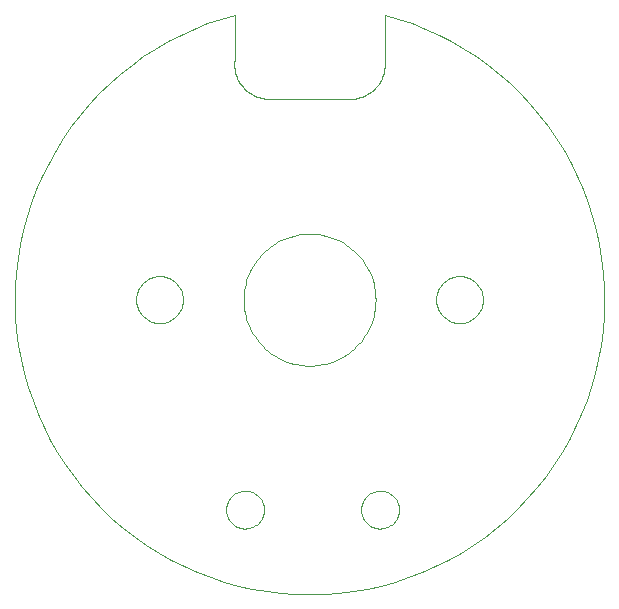
<source format=gbo>
G75*
G70*
%OFA0B0*%
%FSLAX24Y24*%
%IPPOS*%
%LPD*%
%AMOC8*
5,1,8,0,0,1.08239X$1,22.5*
%
%ADD10C,0.0010*%
%ADD11C,0.0000*%
D10*
X004154Y011402D02*
X004156Y011458D01*
X004162Y011513D01*
X004172Y011568D01*
X004186Y011622D01*
X004203Y011675D01*
X004224Y011726D01*
X004249Y011776D01*
X004278Y011824D01*
X004310Y011869D01*
X004345Y011913D01*
X004382Y011954D01*
X004423Y011991D01*
X004467Y012026D01*
X004512Y012058D01*
X004560Y012087D01*
X004610Y012112D01*
X004661Y012133D01*
X004714Y012150D01*
X004768Y012164D01*
X004823Y012174D01*
X004878Y012180D01*
X004934Y012182D01*
X004990Y012180D01*
X005045Y012174D01*
X005100Y012164D01*
X005154Y012150D01*
X005207Y012133D01*
X005258Y012112D01*
X005308Y012087D01*
X005356Y012058D01*
X005401Y012026D01*
X005445Y011991D01*
X005486Y011954D01*
X005523Y011913D01*
X005558Y011869D01*
X005590Y011824D01*
X005619Y011776D01*
X005644Y011726D01*
X005665Y011675D01*
X005682Y011622D01*
X005696Y011568D01*
X005706Y011513D01*
X005712Y011458D01*
X005714Y011402D01*
X005712Y011346D01*
X005706Y011291D01*
X005696Y011236D01*
X005682Y011182D01*
X005665Y011129D01*
X005644Y011078D01*
X005619Y011028D01*
X005590Y010980D01*
X005558Y010935D01*
X005523Y010891D01*
X005486Y010850D01*
X005445Y010813D01*
X005401Y010778D01*
X005356Y010746D01*
X005308Y010717D01*
X005258Y010692D01*
X005207Y010671D01*
X005154Y010654D01*
X005100Y010640D01*
X005045Y010630D01*
X004990Y010624D01*
X004934Y010622D01*
X004878Y010624D01*
X004823Y010630D01*
X004768Y010640D01*
X004714Y010654D01*
X004661Y010671D01*
X004610Y010692D01*
X004560Y010717D01*
X004512Y010746D01*
X004467Y010778D01*
X004423Y010813D01*
X004382Y010850D01*
X004345Y010891D01*
X004310Y010935D01*
X004278Y010980D01*
X004249Y011028D01*
X004224Y011078D01*
X004203Y011129D01*
X004186Y011182D01*
X004172Y011236D01*
X004162Y011291D01*
X004156Y011346D01*
X004154Y011402D01*
X007734Y011402D02*
X007737Y011510D01*
X007745Y011618D01*
X007758Y011725D01*
X007776Y011831D01*
X007800Y011937D01*
X007829Y012041D01*
X007863Y012143D01*
X007901Y012244D01*
X007945Y012343D01*
X007994Y012439D01*
X008047Y012533D01*
X008105Y012624D01*
X008167Y012713D01*
X008233Y012798D01*
X008304Y012879D01*
X008378Y012958D01*
X008457Y013032D01*
X008538Y013103D01*
X008623Y013169D01*
X008712Y013231D01*
X008803Y013289D01*
X008897Y013342D01*
X008993Y013391D01*
X009092Y013435D01*
X009193Y013473D01*
X009295Y013507D01*
X009399Y013536D01*
X009505Y013560D01*
X009611Y013578D01*
X009718Y013591D01*
X009826Y013599D01*
X009934Y013602D01*
X010042Y013599D01*
X010150Y013591D01*
X010257Y013578D01*
X010363Y013560D01*
X010469Y013536D01*
X010573Y013507D01*
X010675Y013473D01*
X010776Y013435D01*
X010875Y013391D01*
X010971Y013342D01*
X011065Y013289D01*
X011156Y013231D01*
X011245Y013169D01*
X011330Y013103D01*
X011411Y013032D01*
X011490Y012958D01*
X011564Y012879D01*
X011635Y012798D01*
X011701Y012713D01*
X011763Y012624D01*
X011821Y012533D01*
X011874Y012439D01*
X011923Y012343D01*
X011967Y012244D01*
X012005Y012143D01*
X012039Y012041D01*
X012068Y011937D01*
X012092Y011831D01*
X012110Y011725D01*
X012123Y011618D01*
X012131Y011510D01*
X012134Y011402D01*
X012131Y011294D01*
X012123Y011186D01*
X012110Y011079D01*
X012092Y010973D01*
X012068Y010867D01*
X012039Y010763D01*
X012005Y010661D01*
X011967Y010560D01*
X011923Y010461D01*
X011874Y010365D01*
X011821Y010271D01*
X011763Y010180D01*
X011701Y010091D01*
X011635Y010006D01*
X011564Y009925D01*
X011490Y009846D01*
X011411Y009772D01*
X011330Y009701D01*
X011245Y009635D01*
X011156Y009573D01*
X011065Y009515D01*
X010971Y009462D01*
X010875Y009413D01*
X010776Y009369D01*
X010675Y009331D01*
X010573Y009297D01*
X010469Y009268D01*
X010363Y009244D01*
X010257Y009226D01*
X010150Y009213D01*
X010042Y009205D01*
X009934Y009202D01*
X009826Y009205D01*
X009718Y009213D01*
X009611Y009226D01*
X009505Y009244D01*
X009399Y009268D01*
X009295Y009297D01*
X009193Y009331D01*
X009092Y009369D01*
X008993Y009413D01*
X008897Y009462D01*
X008803Y009515D01*
X008712Y009573D01*
X008623Y009635D01*
X008538Y009701D01*
X008457Y009772D01*
X008378Y009846D01*
X008304Y009925D01*
X008233Y010006D01*
X008167Y010091D01*
X008105Y010180D01*
X008047Y010271D01*
X007994Y010365D01*
X007945Y010461D01*
X007901Y010560D01*
X007863Y010661D01*
X007829Y010763D01*
X007800Y010867D01*
X007776Y010973D01*
X007758Y011079D01*
X007745Y011186D01*
X007737Y011294D01*
X007734Y011402D01*
X007434Y020902D02*
X006973Y020768D01*
X006519Y020612D01*
X006073Y020434D01*
X005636Y020235D01*
X005210Y020014D01*
X004794Y019773D01*
X004391Y019512D01*
X004002Y019231D01*
X003626Y018932D01*
X003266Y018615D01*
X002921Y018280D01*
X002594Y017930D01*
X002283Y017563D01*
X001991Y017182D01*
X001718Y016787D01*
X001465Y016379D01*
X001232Y015959D01*
X001020Y015528D01*
X000829Y015088D01*
X000659Y014639D01*
X000512Y014181D01*
X000388Y013718D01*
X000286Y013248D01*
X000207Y012775D01*
X000152Y012298D01*
X000120Y011819D01*
X000111Y011339D01*
X000126Y010859D01*
X000164Y010380D01*
X000226Y009904D01*
X000311Y009431D01*
X000419Y008963D01*
X000549Y008501D01*
X000702Y008046D01*
X000877Y007599D01*
X001074Y007161D01*
X001291Y006733D01*
X001530Y006316D01*
X001789Y005912D01*
X002067Y005520D01*
X002363Y005143D01*
X002678Y004780D01*
X003011Y004434D01*
X003359Y004104D01*
X003724Y003791D01*
X004103Y003497D01*
X004496Y003221D01*
X004903Y002965D01*
X005321Y002730D01*
X005750Y002515D01*
X006190Y002321D01*
X006638Y002149D01*
X007094Y001999D01*
X007557Y001871D01*
X008025Y001766D01*
X008499Y001684D01*
X008975Y001626D01*
X009454Y001591D01*
X009934Y001579D01*
X010414Y001591D01*
X010893Y001626D01*
X011369Y001684D01*
X011843Y001766D01*
X012311Y001871D01*
X012774Y001999D01*
X013230Y002149D01*
X013678Y002321D01*
X014118Y002515D01*
X014547Y002730D01*
X014965Y002965D01*
X015372Y003221D01*
X015765Y003497D01*
X016144Y003791D01*
X016509Y004104D01*
X016857Y004434D01*
X017190Y004780D01*
X017505Y005143D01*
X017801Y005520D01*
X018079Y005912D01*
X018338Y006316D01*
X018577Y006733D01*
X018794Y007161D01*
X018991Y007599D01*
X019166Y008046D01*
X019319Y008501D01*
X019449Y008963D01*
X019557Y009431D01*
X019642Y009904D01*
X019704Y010380D01*
X019742Y010859D01*
X019757Y011339D01*
X019748Y011819D01*
X019716Y012298D01*
X019661Y012775D01*
X019582Y013248D01*
X019480Y013718D01*
X019356Y014181D01*
X019209Y014639D01*
X019039Y015088D01*
X018848Y015528D01*
X018636Y015959D01*
X018403Y016379D01*
X018150Y016787D01*
X017877Y017182D01*
X017585Y017563D01*
X017274Y017930D01*
X016947Y018280D01*
X016602Y018615D01*
X016242Y018932D01*
X015866Y019231D01*
X015477Y019512D01*
X015074Y019773D01*
X014658Y020014D01*
X014232Y020235D01*
X013795Y020434D01*
X013349Y020612D01*
X012895Y020768D01*
X012434Y020902D01*
X012434Y019402D01*
X012441Y019337D01*
X012444Y019272D01*
X012443Y019207D01*
X012439Y019142D01*
X012431Y019078D01*
X012419Y019014D01*
X012404Y018950D01*
X012385Y018888D01*
X012363Y018827D01*
X012338Y018767D01*
X012309Y018709D01*
X012277Y018652D01*
X012242Y018597D01*
X012203Y018545D01*
X012162Y018494D01*
X012118Y018446D01*
X012072Y018401D01*
X012023Y018358D01*
X011972Y018318D01*
X011918Y018281D01*
X011863Y018247D01*
X011806Y018216D01*
X011747Y018188D01*
X011686Y018164D01*
X011625Y018143D01*
X011562Y018126D01*
X011498Y018112D01*
X011434Y018102D01*
X008434Y018102D01*
X008370Y018112D01*
X008306Y018126D01*
X008243Y018143D01*
X008182Y018164D01*
X008121Y018188D01*
X008062Y018216D01*
X008005Y018247D01*
X007950Y018281D01*
X007896Y018318D01*
X007845Y018358D01*
X007796Y018401D01*
X007750Y018446D01*
X007706Y018494D01*
X007665Y018545D01*
X007626Y018597D01*
X007591Y018652D01*
X007559Y018709D01*
X007530Y018767D01*
X007505Y018827D01*
X007483Y018888D01*
X007464Y018950D01*
X007449Y019014D01*
X007437Y019078D01*
X007429Y019142D01*
X007425Y019207D01*
X007424Y019272D01*
X007427Y019337D01*
X007434Y019402D01*
X007434Y020902D01*
X014154Y011402D02*
X014156Y011458D01*
X014162Y011513D01*
X014172Y011568D01*
X014186Y011622D01*
X014203Y011675D01*
X014224Y011726D01*
X014249Y011776D01*
X014278Y011824D01*
X014310Y011869D01*
X014345Y011913D01*
X014382Y011954D01*
X014423Y011991D01*
X014467Y012026D01*
X014512Y012058D01*
X014560Y012087D01*
X014610Y012112D01*
X014661Y012133D01*
X014714Y012150D01*
X014768Y012164D01*
X014823Y012174D01*
X014878Y012180D01*
X014934Y012182D01*
X014990Y012180D01*
X015045Y012174D01*
X015100Y012164D01*
X015154Y012150D01*
X015207Y012133D01*
X015258Y012112D01*
X015308Y012087D01*
X015356Y012058D01*
X015401Y012026D01*
X015445Y011991D01*
X015486Y011954D01*
X015523Y011913D01*
X015558Y011869D01*
X015590Y011824D01*
X015619Y011776D01*
X015644Y011726D01*
X015665Y011675D01*
X015682Y011622D01*
X015696Y011568D01*
X015706Y011513D01*
X015712Y011458D01*
X015714Y011402D01*
X015712Y011346D01*
X015706Y011291D01*
X015696Y011236D01*
X015682Y011182D01*
X015665Y011129D01*
X015644Y011078D01*
X015619Y011028D01*
X015590Y010980D01*
X015558Y010935D01*
X015523Y010891D01*
X015486Y010850D01*
X015445Y010813D01*
X015401Y010778D01*
X015356Y010746D01*
X015308Y010717D01*
X015258Y010692D01*
X015207Y010671D01*
X015154Y010654D01*
X015100Y010640D01*
X015045Y010630D01*
X014990Y010624D01*
X014934Y010622D01*
X014878Y010624D01*
X014823Y010630D01*
X014768Y010640D01*
X014714Y010654D01*
X014661Y010671D01*
X014610Y010692D01*
X014560Y010717D01*
X014512Y010746D01*
X014467Y010778D01*
X014423Y010813D01*
X014382Y010850D01*
X014345Y010891D01*
X014310Y010935D01*
X014278Y010980D01*
X014249Y011028D01*
X014224Y011078D01*
X014203Y011129D01*
X014186Y011182D01*
X014172Y011236D01*
X014162Y011291D01*
X014156Y011346D01*
X014154Y011402D01*
D11*
X007154Y004402D02*
X007156Y004452D01*
X007162Y004502D01*
X007172Y004551D01*
X007186Y004599D01*
X007203Y004646D01*
X007224Y004691D01*
X007249Y004735D01*
X007277Y004776D01*
X007309Y004815D01*
X007343Y004852D01*
X007380Y004886D01*
X007420Y004916D01*
X007462Y004943D01*
X007506Y004967D01*
X007552Y004988D01*
X007599Y005004D01*
X007647Y005017D01*
X007697Y005026D01*
X007746Y005031D01*
X007797Y005032D01*
X007847Y005029D01*
X007896Y005022D01*
X007945Y005011D01*
X007993Y004996D01*
X008039Y004978D01*
X008084Y004956D01*
X008127Y004930D01*
X008168Y004901D01*
X008207Y004869D01*
X008243Y004834D01*
X008275Y004796D01*
X008305Y004756D01*
X008332Y004713D01*
X008355Y004669D01*
X008374Y004623D01*
X008390Y004575D01*
X008402Y004526D01*
X008410Y004477D01*
X008414Y004427D01*
X008414Y004377D01*
X008410Y004327D01*
X008402Y004278D01*
X008390Y004229D01*
X008374Y004181D01*
X008355Y004135D01*
X008332Y004091D01*
X008305Y004048D01*
X008275Y004008D01*
X008243Y003970D01*
X008207Y003935D01*
X008168Y003903D01*
X008127Y003874D01*
X008084Y003848D01*
X008039Y003826D01*
X007993Y003808D01*
X007945Y003793D01*
X007896Y003782D01*
X007847Y003775D01*
X007797Y003772D01*
X007746Y003773D01*
X007697Y003778D01*
X007647Y003787D01*
X007599Y003800D01*
X007552Y003816D01*
X007506Y003837D01*
X007462Y003861D01*
X007420Y003888D01*
X007380Y003918D01*
X007343Y003952D01*
X007309Y003989D01*
X007277Y004028D01*
X007249Y004069D01*
X007224Y004113D01*
X007203Y004158D01*
X007186Y004205D01*
X007172Y004253D01*
X007162Y004302D01*
X007156Y004352D01*
X007154Y004402D01*
X011654Y004402D02*
X011656Y004452D01*
X011662Y004502D01*
X011672Y004551D01*
X011686Y004599D01*
X011703Y004646D01*
X011724Y004691D01*
X011749Y004735D01*
X011777Y004776D01*
X011809Y004815D01*
X011843Y004852D01*
X011880Y004886D01*
X011920Y004916D01*
X011962Y004943D01*
X012006Y004967D01*
X012052Y004988D01*
X012099Y005004D01*
X012147Y005017D01*
X012197Y005026D01*
X012246Y005031D01*
X012297Y005032D01*
X012347Y005029D01*
X012396Y005022D01*
X012445Y005011D01*
X012493Y004996D01*
X012539Y004978D01*
X012584Y004956D01*
X012627Y004930D01*
X012668Y004901D01*
X012707Y004869D01*
X012743Y004834D01*
X012775Y004796D01*
X012805Y004756D01*
X012832Y004713D01*
X012855Y004669D01*
X012874Y004623D01*
X012890Y004575D01*
X012902Y004526D01*
X012910Y004477D01*
X012914Y004427D01*
X012914Y004377D01*
X012910Y004327D01*
X012902Y004278D01*
X012890Y004229D01*
X012874Y004181D01*
X012855Y004135D01*
X012832Y004091D01*
X012805Y004048D01*
X012775Y004008D01*
X012743Y003970D01*
X012707Y003935D01*
X012668Y003903D01*
X012627Y003874D01*
X012584Y003848D01*
X012539Y003826D01*
X012493Y003808D01*
X012445Y003793D01*
X012396Y003782D01*
X012347Y003775D01*
X012297Y003772D01*
X012246Y003773D01*
X012197Y003778D01*
X012147Y003787D01*
X012099Y003800D01*
X012052Y003816D01*
X012006Y003837D01*
X011962Y003861D01*
X011920Y003888D01*
X011880Y003918D01*
X011843Y003952D01*
X011809Y003989D01*
X011777Y004028D01*
X011749Y004069D01*
X011724Y004113D01*
X011703Y004158D01*
X011686Y004205D01*
X011672Y004253D01*
X011662Y004302D01*
X011656Y004352D01*
X011654Y004402D01*
M02*

</source>
